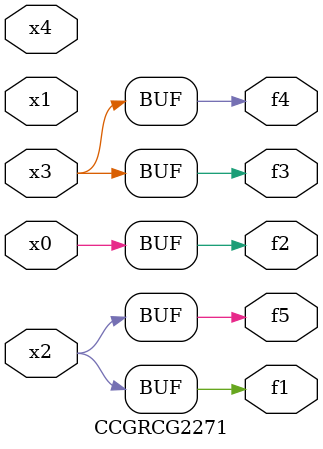
<source format=v>
module CCGRCG2271(
	input x0, x1, x2, x3, x4,
	output f1, f2, f3, f4, f5
);
	assign f1 = x2;
	assign f2 = x0;
	assign f3 = x3;
	assign f4 = x3;
	assign f5 = x2;
endmodule

</source>
